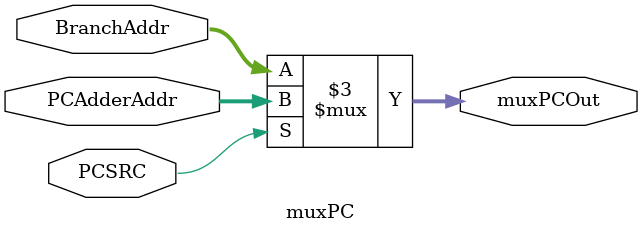
<source format=v>
module muxPC(
  input [15:0] PCAdderAddr, BranchAddr,
  input PCSRC,
  output reg [15:0] muxPCOut
  );

  always@(*)
    if (PCSRC)
      muxPCOut = PCAdderAddr;
    else
      muxPCOut = BranchAddr;
endmodule

</source>
